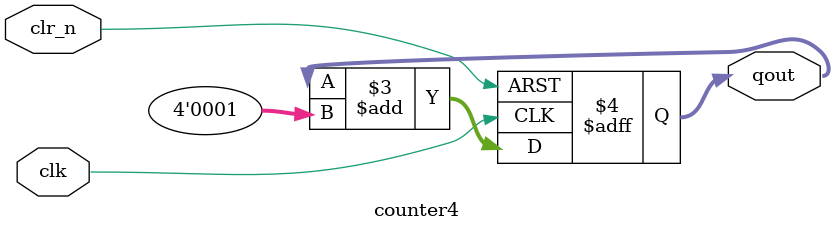
<source format=v>
module counter4 (clk, clr_n, qout);

input clk,clr_n;
output [3:0] qout;
reg[3:0] qout;

always @(posedge clk or negedge clr_n)
begin
	if (!clr_n)
		qout <= 4'b0000;
	else
		qout <= qout + 4'b0001;
end
endmodule
</source>
